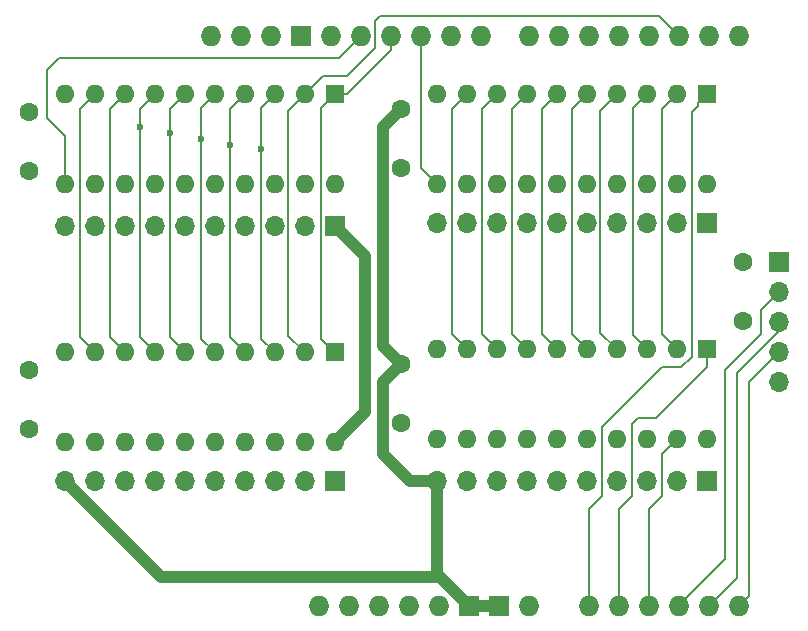
<source format=gbr>
%TF.GenerationSoftware,KiCad,Pcbnew,8.0.8*%
%TF.CreationDate,2025-02-03T13:00:51-08:00*%
%TF.ProjectId,ArduinoExpander,41726475-696e-46f4-9578-70616e646572,rev?*%
%TF.SameCoordinates,Original*%
%TF.FileFunction,Copper,L2,Bot*%
%TF.FilePolarity,Positive*%
%FSLAX46Y46*%
G04 Gerber Fmt 4.6, Leading zero omitted, Abs format (unit mm)*
G04 Created by KiCad (PCBNEW 8.0.8) date 2025-02-03 13:00:51*
%MOMM*%
%LPD*%
G01*
G04 APERTURE LIST*
%TA.AperFunction,ComponentPad*%
%ADD10C,1.600000*%
%TD*%
%TA.AperFunction,ComponentPad*%
%ADD11O,1.727200X1.727200*%
%TD*%
%TA.AperFunction,ComponentPad*%
%ADD12R,1.727200X1.727200*%
%TD*%
%TA.AperFunction,ComponentPad*%
%ADD13R,1.700000X1.700000*%
%TD*%
%TA.AperFunction,ComponentPad*%
%ADD14O,1.700000X1.700000*%
%TD*%
%TA.AperFunction,ComponentPad*%
%ADD15R,1.600000X1.600000*%
%TD*%
%TA.AperFunction,ComponentPad*%
%ADD16O,1.600000X1.600000*%
%TD*%
%TA.AperFunction,ViaPad*%
%ADD17C,0.600000*%
%TD*%
%TA.AperFunction,Conductor*%
%ADD18C,0.200000*%
%TD*%
%TA.AperFunction,Conductor*%
%ADD19C,1.000000*%
%TD*%
G04 APERTURE END LIST*
D10*
%TO.P,C5,1*%
%TO.N,GND*%
X124968000Y-73580000D03*
%TO.P,C5,2*%
%TO.N,+5V*%
X124968000Y-68580000D03*
%TD*%
%TO.P,C1,1*%
%TO.N,GND*%
X64516000Y-77724000D03*
%TO.P,C1,2*%
%TO.N,+5V*%
X64516000Y-82724000D03*
%TD*%
%TO.P,C2,1*%
%TO.N,GND*%
X64516000Y-55880000D03*
%TO.P,C2,2*%
%TO.N,+5V*%
X64516000Y-60880000D03*
%TD*%
D11*
%TO.P,A1,VIN,VIN*%
%TO.N,/VIN*%
X106865200Y-97677437D03*
%TO.P,A1,SDA,SDA*%
%TO.N,/SDA*%
X82481200Y-49417437D03*
%TO.P,A1,SCL,SCL*%
%TO.N,/SCL*%
X79941200Y-49417437D03*
%TO.P,A1,RST1,RESET*%
%TO.N,/RST1*%
X94165200Y-97677437D03*
%TO.P,A1,IORF,IOREF*%
%TO.N,/IOREF*%
X91625200Y-97677437D03*
D12*
%TO.P,A1,GND3,GND*%
%TO.N,GND*%
X104325200Y-97677437D03*
%TO.P,A1,GND2,GND*%
X101785200Y-97677437D03*
%TO.P,A1,GND1,GND*%
X87561200Y-49417437D03*
D11*
%TO.P,A1,D13,D13*%
%TO.N,/LE_A_PIN*%
X90101200Y-49417437D03*
%TO.P,A1,D12,D12*%
%TO.N,/LE_B_PIN*%
X92641200Y-49417437D03*
%TO.P,A1,D11,D11*%
%TO.N,/OE_AB_PIN*%
X95181200Y-49417437D03*
%TO.P,A1,D10,D10_CS*%
%TO.N,/LE_D_PIN*%
X97721200Y-49417437D03*
%TO.P,A1,D9,D9*%
%TO.N,/DB7*%
X100261200Y-49417437D03*
%TO.P,A1,D8,D8*%
%TO.N,/DB6*%
X102801200Y-49417437D03*
%TO.P,A1,D7,D7*%
%TO.N,/DB5*%
X106865200Y-49417437D03*
%TO.P,A1,D6,D6*%
%TO.N,/DB4*%
X109405200Y-49417437D03*
%TO.P,A1,D5,D5*%
%TO.N,/DB3*%
X111945200Y-49417437D03*
%TO.P,A1,D4,D4*%
%TO.N,/DB2*%
X114485200Y-49417437D03*
%TO.P,A1,D3,D3_INT1*%
%TO.N,/DB1*%
X117025200Y-49417437D03*
%TO.P,A1,D2,D2_INT0*%
%TO.N,/DB0*%
X119565200Y-49417437D03*
%TO.P,A1,D1,D1/TX*%
%TO.N,/D1*%
X122105200Y-49417437D03*
%TO.P,A1,D0,D0/RX*%
%TO.N,/D0*%
X124645200Y-49417437D03*
%TO.P,A1,AREF,AREF*%
%TO.N,/AREF*%
X85021200Y-49417437D03*
%TO.P,A1,A5,A5*%
%TO.N,/CTRL_2*%
X124645200Y-97677437D03*
%TO.P,A1,A4,A4*%
%TO.N,/CTRL_1*%
X122105200Y-97677437D03*
%TO.P,A1,A3,A3*%
%TO.N,/CTRL_0*%
X119565200Y-97677437D03*
%TO.P,A1,A2,A2*%
%TO.N,/PIN19_C_PIN*%
X117025200Y-97677437D03*
%TO.P,A1,A1,A1*%
%TO.N,/PIN1_C_PIN*%
X114485200Y-97677437D03*
%TO.P,A1,A0,A0*%
%TO.N,/PIN1_D_PIN*%
X111945200Y-97677437D03*
%TO.P,A1,5V1,5V*%
%TO.N,+5V*%
X99245200Y-97677437D03*
%TO.P,A1,3V3,3.3V*%
%TO.N,+3.3V*%
X96705200Y-97677437D03*
%TO.P,A1,*%
%TO.N,*%
X89085200Y-97677437D03*
%TD*%
D13*
%TO.P,J3,1,Pin_1*%
%TO.N,+5V*%
X121920000Y-87112000D03*
D14*
%TO.P,J3,2,Pin_2*%
%TO.N,Net-(D17-A)*%
X119380000Y-87112000D03*
%TO.P,J3,3,Pin_3*%
%TO.N,Net-(D18-A)*%
X116840000Y-87112000D03*
%TO.P,J3,4,Pin_4*%
%TO.N,Net-(D19-A)*%
X114300000Y-87112000D03*
%TO.P,J3,5,Pin_5*%
%TO.N,Net-(D20-A)*%
X111760000Y-87112000D03*
%TO.P,J3,6,Pin_6*%
%TO.N,Net-(D21-A)*%
X109220000Y-87112000D03*
%TO.P,J3,7,Pin_7*%
%TO.N,Net-(D22-A)*%
X106680000Y-87112000D03*
%TO.P,J3,8,Pin_8*%
%TO.N,Net-(D23-A)*%
X104140000Y-87112000D03*
%TO.P,J3,9,Pin_9*%
%TO.N,Net-(D24-A)*%
X101600000Y-87112000D03*
%TO.P,J3,10,Pin_10*%
%TO.N,GND*%
X99060000Y-87112000D03*
%TD*%
D15*
%TO.P,U1,1,OE*%
%TO.N,/OE_AB_PIN*%
X90424000Y-76200000D03*
D16*
%TO.P,U1,2,D0*%
%TO.N,/DB0*%
X87884000Y-76200000D03*
%TO.P,U1,3,D1*%
%TO.N,/DB1*%
X85344000Y-76200000D03*
%TO.P,U1,4,D2*%
%TO.N,/DB2*%
X82804000Y-76200000D03*
%TO.P,U1,5,D3*%
%TO.N,/DB3*%
X80264000Y-76200000D03*
%TO.P,U1,6,D4*%
%TO.N,/DB4*%
X77724000Y-76200000D03*
%TO.P,U1,7,D5*%
%TO.N,/DB5*%
X75184000Y-76200000D03*
%TO.P,U1,8,D6*%
%TO.N,/DB6*%
X72644000Y-76200000D03*
%TO.P,U1,9,D7*%
%TO.N,/DB7*%
X70104000Y-76200000D03*
%TO.P,U1,10,GND*%
%TO.N,GND*%
X67564000Y-76200000D03*
%TO.P,U1,11,Load*%
%TO.N,/LE_A_PIN*%
X67564000Y-83820000D03*
%TO.P,U1,12,Q7*%
%TO.N,Net-(D8-A)*%
X70104000Y-83820000D03*
%TO.P,U1,13,Q6*%
%TO.N,Net-(D7-A)*%
X72644000Y-83820000D03*
%TO.P,U1,14,Q5*%
%TO.N,Net-(D6-A)*%
X75184000Y-83820000D03*
%TO.P,U1,15,Q4*%
%TO.N,Net-(D5-A)*%
X77724000Y-83820000D03*
%TO.P,U1,16,Q3*%
%TO.N,Net-(D4-A)*%
X80264000Y-83820000D03*
%TO.P,U1,17,Q2*%
%TO.N,Net-(D3-A)*%
X82804000Y-83820000D03*
%TO.P,U1,18,Q1*%
%TO.N,Net-(D2-A)*%
X85344000Y-83820000D03*
%TO.P,U1,19,Q0*%
%TO.N,Net-(D1-A)*%
X87884000Y-83820000D03*
%TO.P,U1,20,VCC*%
%TO.N,+5V*%
X90424000Y-83820000D03*
%TD*%
D15*
%TO.P,U2,1,OE*%
%TO.N,/OE_AB_PIN*%
X90424000Y-54356000D03*
D16*
%TO.P,U2,2,D0*%
%TO.N,/DB0*%
X87884000Y-54356000D03*
%TO.P,U2,3,D1*%
%TO.N,/DB1*%
X85344000Y-54356000D03*
%TO.P,U2,4,D2*%
%TO.N,/DB2*%
X82804000Y-54356000D03*
%TO.P,U2,5,D3*%
%TO.N,/DB3*%
X80264000Y-54356000D03*
%TO.P,U2,6,D4*%
%TO.N,/DB4*%
X77724000Y-54356000D03*
%TO.P,U2,7,D5*%
%TO.N,/DB5*%
X75184000Y-54356000D03*
%TO.P,U2,8,D6*%
%TO.N,/DB6*%
X72644000Y-54356000D03*
%TO.P,U2,9,D7*%
%TO.N,/DB7*%
X70104000Y-54356000D03*
%TO.P,U2,10,GND*%
%TO.N,GND*%
X67564000Y-54356000D03*
%TO.P,U2,11,Load*%
%TO.N,/LE_B_PIN*%
X67564000Y-61976000D03*
%TO.P,U2,12,Q7*%
%TO.N,Net-(D16-A)*%
X70104000Y-61976000D03*
%TO.P,U2,13,Q6*%
%TO.N,Net-(D15-A)*%
X72644000Y-61976000D03*
%TO.P,U2,14,Q5*%
%TO.N,Net-(D14-A)*%
X75184000Y-61976000D03*
%TO.P,U2,15,Q4*%
%TO.N,Net-(D13-A)*%
X77724000Y-61976000D03*
%TO.P,U2,16,Q3*%
%TO.N,Net-(D12-A)*%
X80264000Y-61976000D03*
%TO.P,U2,17,Q2*%
%TO.N,Net-(D11-A)*%
X82804000Y-61976000D03*
%TO.P,U2,18,Q1*%
%TO.N,Net-(D10-A)*%
X85344000Y-61976000D03*
%TO.P,U2,19,Q0*%
%TO.N,Net-(D9-A)*%
X87884000Y-61976000D03*
%TO.P,U2,20,VCC*%
%TO.N,+5V*%
X90424000Y-61976000D03*
%TD*%
D15*
%TO.P,U4,1,OE*%
%TO.N,/PIN1_D_PIN*%
X121920000Y-54356000D03*
D16*
%TO.P,U4,2,D0*%
%TO.N,/DB0*%
X119380000Y-54356000D03*
%TO.P,U4,3,D1*%
%TO.N,/DB1*%
X116840000Y-54356000D03*
%TO.P,U4,4,D2*%
%TO.N,/DB2*%
X114300000Y-54356000D03*
%TO.P,U4,5,D3*%
%TO.N,/DB3*%
X111760000Y-54356000D03*
%TO.P,U4,6,D4*%
%TO.N,/DB4*%
X109220000Y-54356000D03*
%TO.P,U4,7,D5*%
%TO.N,/DB5*%
X106680000Y-54356000D03*
%TO.P,U4,8,D6*%
%TO.N,/DB6*%
X104140000Y-54356000D03*
%TO.P,U4,9,D7*%
%TO.N,/DB7*%
X101600000Y-54356000D03*
%TO.P,U4,10,GND*%
%TO.N,GND*%
X99060000Y-54356000D03*
%TO.P,U4,11,Load*%
%TO.N,/LE_D_PIN*%
X99060000Y-61976000D03*
%TO.P,U4,12,Q7*%
%TO.N,Net-(D32-A)*%
X101600000Y-61976000D03*
%TO.P,U4,13,Q6*%
%TO.N,Net-(D31-A)*%
X104140000Y-61976000D03*
%TO.P,U4,14,Q5*%
%TO.N,Net-(D30-A)*%
X106680000Y-61976000D03*
%TO.P,U4,15,Q4*%
%TO.N,Net-(D29-A)*%
X109220000Y-61976000D03*
%TO.P,U4,16,Q3*%
%TO.N,Net-(D28-A)*%
X111760000Y-61976000D03*
%TO.P,U4,17,Q2*%
%TO.N,Net-(D27-A)*%
X114300000Y-61976000D03*
%TO.P,U4,18,Q1*%
%TO.N,Net-(D26-A)*%
X116840000Y-61976000D03*
%TO.P,U4,19,Q0*%
%TO.N,Net-(D25-A)*%
X119380000Y-61976000D03*
%TO.P,U4,20,VCC*%
%TO.N,+5V*%
X121920000Y-61976000D03*
%TD*%
D13*
%TO.P,J2,1,Pin_1*%
%TO.N,+5V*%
X90424000Y-65532000D03*
D14*
%TO.P,J2,2,Pin_2*%
%TO.N,Net-(D9-A)*%
X87884000Y-65532000D03*
%TO.P,J2,3,Pin_3*%
%TO.N,Net-(D10-A)*%
X85344000Y-65532000D03*
%TO.P,J2,4,Pin_4*%
%TO.N,Net-(D11-A)*%
X82804000Y-65532000D03*
%TO.P,J2,5,Pin_5*%
%TO.N,Net-(D12-A)*%
X80264000Y-65532000D03*
%TO.P,J2,6,Pin_6*%
%TO.N,Net-(D13-A)*%
X77724000Y-65532000D03*
%TO.P,J2,7,Pin_7*%
%TO.N,Net-(D14-A)*%
X75184000Y-65532000D03*
%TO.P,J2,8,Pin_8*%
%TO.N,Net-(D15-A)*%
X72644000Y-65532000D03*
%TO.P,J2,9,Pin_9*%
%TO.N,Net-(D16-A)*%
X70104000Y-65532000D03*
%TO.P,J2,10,Pin_10*%
%TO.N,GND*%
X67564000Y-65532000D03*
%TD*%
D10*
%TO.P,C3,1*%
%TO.N,GND*%
X96012000Y-55616000D03*
%TO.P,C3,2*%
%TO.N,+5V*%
X96012000Y-60616000D03*
%TD*%
%TO.P,C4,1*%
%TO.N,GND*%
X96012000Y-77216000D03*
%TO.P,C4,2*%
%TO.N,+5V*%
X96012000Y-82216000D03*
%TD*%
D15*
%TO.P,U3,1,A->B*%
%TO.N,/PIN1_C_PIN*%
X121920000Y-75936000D03*
D16*
%TO.P,U3,2,A0*%
%TO.N,/DB0*%
X119380000Y-75936000D03*
%TO.P,U3,3,A1*%
%TO.N,/DB1*%
X116840000Y-75936000D03*
%TO.P,U3,4,A2*%
%TO.N,/DB2*%
X114300000Y-75936000D03*
%TO.P,U3,5,A3*%
%TO.N,/DB3*%
X111760000Y-75936000D03*
%TO.P,U3,6,A4*%
%TO.N,/DB4*%
X109220000Y-75936000D03*
%TO.P,U3,7,A5*%
%TO.N,/DB5*%
X106680000Y-75936000D03*
%TO.P,U3,8,A6*%
%TO.N,/DB6*%
X104140000Y-75936000D03*
%TO.P,U3,9,A7*%
%TO.N,/DB7*%
X101600000Y-75936000D03*
%TO.P,U3,10,GND*%
%TO.N,GND*%
X99060000Y-75936000D03*
%TO.P,U3,11,B7*%
%TO.N,Net-(D24-A)*%
X99060000Y-83556000D03*
%TO.P,U3,12,B6*%
%TO.N,Net-(D23-A)*%
X101600000Y-83556000D03*
%TO.P,U3,13,B5*%
%TO.N,Net-(D22-A)*%
X104140000Y-83556000D03*
%TO.P,U3,14,B4*%
%TO.N,Net-(D21-A)*%
X106680000Y-83556000D03*
%TO.P,U3,15,B3*%
%TO.N,Net-(D20-A)*%
X109220000Y-83556000D03*
%TO.P,U3,16,B2*%
%TO.N,Net-(D19-A)*%
X111760000Y-83556000D03*
%TO.P,U3,17,B1*%
%TO.N,Net-(D18-A)*%
X114300000Y-83556000D03*
%TO.P,U3,18,B0*%
%TO.N,Net-(D17-A)*%
X116840000Y-83556000D03*
%TO.P,U3,19,CE*%
%TO.N,/PIN19_C_PIN*%
X119380000Y-83556000D03*
%TO.P,U3,20,VCC*%
%TO.N,+5V*%
X121920000Y-83556000D03*
%TD*%
D13*
%TO.P,J4,1,Pin_1*%
%TO.N,+5V*%
X121920000Y-65268000D03*
D14*
%TO.P,J4,2,Pin_2*%
%TO.N,Net-(D25-A)*%
X119380000Y-65268000D03*
%TO.P,J4,3,Pin_3*%
%TO.N,Net-(D26-A)*%
X116840000Y-65268000D03*
%TO.P,J4,4,Pin_4*%
%TO.N,Net-(D27-A)*%
X114300000Y-65268000D03*
%TO.P,J4,5,Pin_5*%
%TO.N,Net-(D28-A)*%
X111760000Y-65268000D03*
%TO.P,J4,6,Pin_6*%
%TO.N,Net-(D29-A)*%
X109220000Y-65268000D03*
%TO.P,J4,7,Pin_7*%
%TO.N,Net-(D30-A)*%
X106680000Y-65268000D03*
%TO.P,J4,8,Pin_8*%
%TO.N,Net-(D31-A)*%
X104140000Y-65268000D03*
%TO.P,J4,9,Pin_9*%
%TO.N,Net-(D32-A)*%
X101600000Y-65268000D03*
%TO.P,J4,10,Pin_10*%
%TO.N,GND*%
X99060000Y-65268000D03*
%TD*%
D13*
%TO.P,J5,1,Pin_1*%
%TO.N,+5V*%
X128016000Y-68580000D03*
D14*
%TO.P,J5,2,Pin_2*%
%TO.N,/CTRL_0*%
X128016000Y-71120000D03*
%TO.P,J5,3,Pin_3*%
%TO.N,/CTRL_1*%
X128016000Y-73660000D03*
%TO.P,J5,4,Pin_4*%
%TO.N,/CTRL_2*%
X128016000Y-76200000D03*
%TO.P,J5,5,Pin_5*%
%TO.N,GND*%
X128016000Y-78740000D03*
%TD*%
D13*
%TO.P,J1,1,Pin_1*%
%TO.N,+5V*%
X90424000Y-87112000D03*
D14*
%TO.P,J1,2,Pin_2*%
%TO.N,Net-(D1-A)*%
X87884000Y-87112000D03*
%TO.P,J1,3,Pin_3*%
%TO.N,Net-(D2-A)*%
X85344000Y-87112000D03*
%TO.P,J1,4,Pin_4*%
%TO.N,Net-(D3-A)*%
X82804000Y-87112000D03*
%TO.P,J1,5,Pin_5*%
%TO.N,Net-(D4-A)*%
X80264000Y-87112000D03*
%TO.P,J1,6,Pin_6*%
%TO.N,Net-(D5-A)*%
X77724000Y-87112000D03*
%TO.P,J1,7,Pin_7*%
%TO.N,Net-(D6-A)*%
X75184000Y-87112000D03*
%TO.P,J1,8,Pin_8*%
%TO.N,Net-(D7-A)*%
X72644000Y-87112000D03*
%TO.P,J1,9,Pin_9*%
%TO.N,Net-(D8-A)*%
X70104000Y-87112000D03*
%TO.P,J1,10,Pin_10*%
%TO.N,GND*%
X67564000Y-87112000D03*
%TD*%
D17*
%TO.N,/DB1*%
X84194000Y-59020000D03*
%TO.N,/DB2*%
X81548000Y-58674000D03*
%TO.N,/DB3*%
X79114000Y-58166000D03*
%TO.N,/DB4*%
X76454000Y-57658000D03*
%TO.N,/DB5*%
X73914000Y-57150000D03*
%TD*%
D18*
%TO.N,/PIN1_C_PIN*%
X117612000Y-81778000D02*
X116078000Y-81778000D01*
X121920000Y-77470000D02*
X117612000Y-81778000D01*
X121920000Y-75936000D02*
X121920000Y-77470000D01*
%TO.N,/CTRL_0*%
X123444000Y-77724000D02*
X123444000Y-93726000D01*
X126492000Y-72644000D02*
X126492000Y-74676000D01*
X128016000Y-71120000D02*
X126492000Y-72644000D01*
X126492000Y-74676000D02*
X123444000Y-77724000D01*
%TO.N,/CTRL_1*%
X128016000Y-74422000D02*
X124460000Y-77978000D01*
X124460000Y-95322637D02*
X124460000Y-77978000D01*
X128016000Y-73660000D02*
X128016000Y-74422000D01*
%TO.N,/OE_AB_PIN*%
X89274000Y-75050000D02*
X90424000Y-76200000D01*
X89274000Y-55506000D02*
X89274000Y-75050000D01*
X90424000Y-54356000D02*
X89274000Y-55506000D01*
%TO.N,/CTRL_0*%
X119565200Y-97604800D02*
X119565200Y-97677437D01*
X123444000Y-93726000D02*
X119565200Y-97604800D01*
%TO.N,/CTRL_1*%
X122105200Y-97677437D02*
X124460000Y-95322637D01*
%TO.N,/CTRL_2*%
X125476000Y-96846637D02*
X124645200Y-97677437D01*
X125476000Y-78740000D02*
X125476000Y-96846637D01*
X128016000Y-76200000D02*
X125476000Y-78740000D01*
%TO.N,/PIN19_C_PIN*%
X117025200Y-89476800D02*
X117025200Y-97677437D01*
X118110000Y-88392000D02*
X117025200Y-89476800D01*
X118110000Y-84826000D02*
X118110000Y-88392000D01*
X119380000Y-83556000D02*
X118110000Y-84826000D01*
%TO.N,/PIN1_C_PIN*%
X115570000Y-82296000D02*
X116078000Y-81788000D01*
X115570000Y-88392000D02*
X115570000Y-82296000D01*
X114485200Y-97677437D02*
X114485200Y-89476800D01*
X114485200Y-89476800D02*
X115570000Y-88392000D01*
X116078000Y-81788000D02*
X116078000Y-81778000D01*
%TO.N,/PIN1_D_PIN*%
X121158000Y-55118000D02*
X121920000Y-54356000D01*
X121158000Y-55372000D02*
X121158000Y-55118000D01*
X120650000Y-55880000D02*
X121158000Y-55372000D01*
X120650000Y-76588000D02*
X120650000Y-55880000D01*
X119768000Y-77470000D02*
X120650000Y-76588000D01*
X113030000Y-82550000D02*
X118110000Y-77470000D01*
X118110000Y-77470000D02*
X119768000Y-77470000D01*
X111945200Y-97677437D02*
X111945200Y-89476800D01*
X113030000Y-88392000D02*
X113030000Y-82550000D01*
X111945200Y-89476800D02*
X113030000Y-88392000D01*
D19*
%TO.N,GND*%
X75702000Y-95250000D02*
X67564000Y-87112000D01*
X101785200Y-97677437D02*
X99357763Y-95250000D01*
X99357763Y-95250000D02*
X75702000Y-95250000D01*
D18*
%TO.N,/LE_B_PIN*%
X66040000Y-56388000D02*
X67564000Y-57912000D01*
X67056000Y-51308000D02*
X66040000Y-52324000D01*
X66040000Y-52324000D02*
X66040000Y-56388000D01*
X67564000Y-57912000D02*
X67564000Y-61976000D01*
X90750637Y-51308000D02*
X67056000Y-51308000D01*
X92641200Y-49417437D02*
X90750637Y-51308000D01*
%TO.N,/OE_AB_PIN*%
X91463951Y-54356000D02*
X90424000Y-54356000D01*
X95181200Y-50638751D02*
X91463951Y-54356000D01*
X95181200Y-49417437D02*
X95181200Y-50638751D01*
%TO.N,/DB0*%
X89408000Y-52832000D02*
X87884000Y-54356000D01*
X94234000Y-47752000D02*
X93804800Y-48181200D01*
X119565200Y-49417437D02*
X117899763Y-47752000D01*
X117899763Y-47752000D02*
X94234000Y-47752000D01*
X93804800Y-48181200D02*
X93804800Y-50467200D01*
X93804800Y-50467200D02*
X91440000Y-52832000D01*
X91440000Y-52832000D02*
X89408000Y-52832000D01*
%TO.N,/DB1*%
X84194000Y-59182000D02*
X84194000Y-75050000D01*
X84194000Y-55506000D02*
X84194000Y-59182000D01*
%TO.N,/DB7*%
X100330000Y-55626000D02*
X100330000Y-74666000D01*
X101600000Y-54356000D02*
X100330000Y-55626000D01*
X100330000Y-74666000D02*
X101600000Y-75936000D01*
%TO.N,/DB0*%
X118110000Y-74666000D02*
X119380000Y-75936000D01*
X118110000Y-55626000D02*
X118110000Y-74666000D01*
X119380000Y-54356000D02*
X118110000Y-55626000D01*
%TO.N,/DB3*%
X110490000Y-55626000D02*
X110490000Y-74666000D01*
X110490000Y-74666000D02*
X111760000Y-75936000D01*
X111760000Y-54356000D02*
X110490000Y-55626000D01*
%TO.N,/DB4*%
X107950000Y-74666000D02*
X109220000Y-75936000D01*
X109220000Y-54356000D02*
X107950000Y-55626000D01*
X107950000Y-55626000D02*
X107950000Y-74666000D01*
%TO.N,/DB5*%
X105410000Y-55626000D02*
X105410000Y-74666000D01*
X105410000Y-74666000D02*
X106680000Y-75936000D01*
X106680000Y-54356000D02*
X105410000Y-55626000D01*
%TO.N,/DB6*%
X102870000Y-55626000D02*
X102870000Y-74666000D01*
X104140000Y-54356000D02*
X102870000Y-55626000D01*
X102870000Y-74666000D02*
X104140000Y-75936000D01*
%TO.N,/DB3*%
X79114000Y-55506000D02*
X79114000Y-75050000D01*
X79114000Y-75050000D02*
X80264000Y-76200000D01*
X80264000Y-54356000D02*
X79114000Y-55506000D01*
%TO.N,/DB4*%
X76454000Y-74930000D02*
X77724000Y-76200000D01*
X76454000Y-55626000D02*
X76454000Y-74930000D01*
X77724000Y-54356000D02*
X76454000Y-55626000D01*
%TO.N,/DB5*%
X73914000Y-74930000D02*
X75184000Y-76200000D01*
X73914000Y-55626000D02*
X73914000Y-74930000D01*
X75184000Y-54356000D02*
X73914000Y-55626000D01*
%TO.N,/DB6*%
X71374000Y-74930000D02*
X72644000Y-76200000D01*
X72644000Y-54356000D02*
X71374000Y-55626000D01*
X71374000Y-55626000D02*
X71374000Y-74930000D01*
%TO.N,/DB7*%
X68834000Y-74930000D02*
X70104000Y-76200000D01*
X68834000Y-55626000D02*
X68834000Y-74930000D01*
X70104000Y-54356000D02*
X68834000Y-55626000D01*
D19*
%TO.N,GND*%
X101785200Y-97677437D02*
X104325200Y-97677437D01*
D18*
%TO.N,/LE_D_PIN*%
X97721200Y-60637200D02*
X99060000Y-61976000D01*
X97721200Y-49417437D02*
X97721200Y-60637200D01*
D19*
%TO.N,+5V*%
X92964000Y-68072000D02*
X90424000Y-65532000D01*
X92964000Y-81280000D02*
X92964000Y-68072000D01*
X90424000Y-83820000D02*
X92964000Y-81280000D01*
%TO.N,GND*%
X94488000Y-57140000D02*
X94488000Y-75692000D01*
X96012000Y-55616000D02*
X94488000Y-57140000D01*
X94488000Y-75692000D02*
X96012000Y-77216000D01*
X94488000Y-78740000D02*
X96012000Y-77216000D01*
X94488000Y-84836000D02*
X94488000Y-78740000D01*
X96764000Y-87112000D02*
X94488000Y-84836000D01*
X99060000Y-87112000D02*
X96764000Y-87112000D01*
X99060000Y-94996000D02*
X99060000Y-87112000D01*
D18*
X99103763Y-94996000D02*
X99060000Y-94996000D01*
D19*
X101785200Y-97677437D02*
X99103763Y-94996000D01*
D18*
%TO.N,/DB2*%
X81548000Y-74944000D02*
X82804000Y-76200000D01*
X82804000Y-54356000D02*
X81548000Y-55612000D01*
X81548000Y-55612000D02*
X81548000Y-74944000D01*
%TO.N,/DB1*%
X85344000Y-54356000D02*
X84194000Y-55506000D01*
X84194000Y-75050000D02*
X85344000Y-76200000D01*
%TO.N,/DB0*%
X86494000Y-74810000D02*
X87884000Y-76200000D01*
X86494000Y-55746000D02*
X86494000Y-74810000D01*
X87884000Y-54356000D02*
X86494000Y-55746000D01*
%TO.N,/DB1*%
X115690000Y-74786000D02*
X116840000Y-75936000D01*
X115690000Y-55506000D02*
X115690000Y-74786000D01*
X116840000Y-54356000D02*
X115690000Y-55506000D01*
%TO.N,/DB2*%
X112910000Y-74546000D02*
X114300000Y-75936000D01*
X114300000Y-54356000D02*
X112910000Y-55746000D01*
X112910000Y-55746000D02*
X112910000Y-74546000D01*
%TD*%
M02*

</source>
